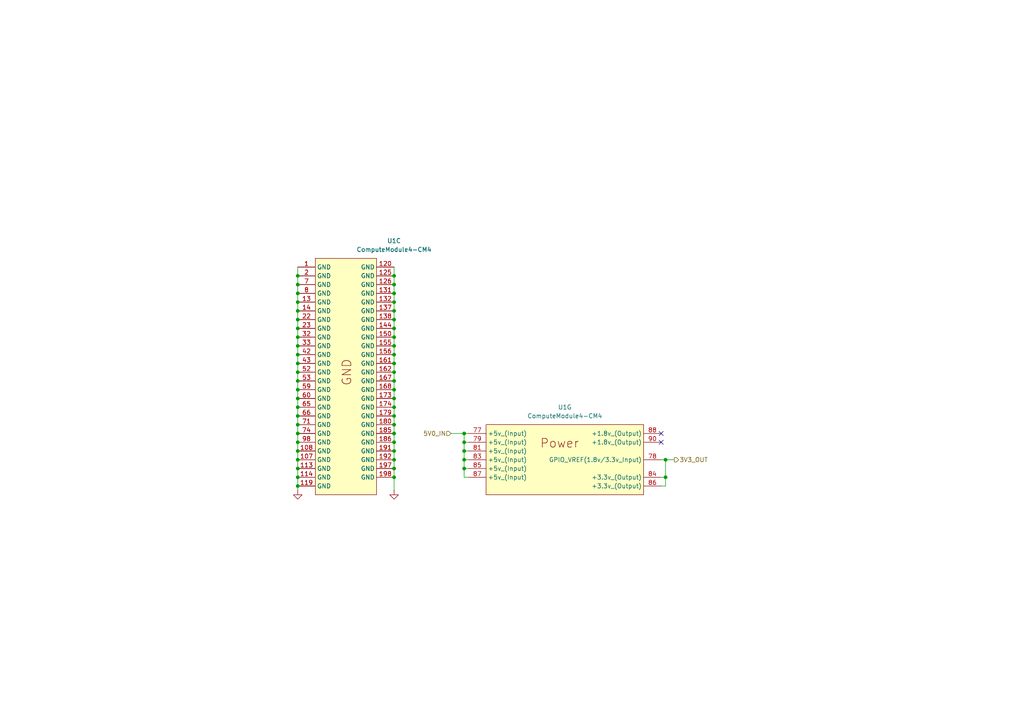
<source format=kicad_sch>
(kicad_sch (version 20231120) (generator "eeschema") (generator_version "8.0")
  (paper "A4")
  (lib_symbols
    (symbol "ComputeModule4-CM4_1"
      (property "Reference" "U1" (at 22.86 5.08 0))
      (property "Value" "ComputeModule4-CM4" (at 22.86 2.54 0))
      (symbol "ComputeModule4-CM4_1_1_1"
        (rectangle (start 0 0) (end 78.74 -78.74) (fill (type background)))
        (text "GPIO" (at 72.644 -3.556 0) (effects (font (size 2.54 2.54))))
        (pin passive line (at -49.53 -7.62 0) (length 5.08) hide (name "Reserved") (number "104"))
        (pin passive line (at -49.53 -10.16 0) (length 5.08) hide (name "Reserved") (number "106"))
        (pin passive line (at -5.08 -68.58 0) (length 5.08) (name "GPIO26/SD0_DAT2/DPI_D22/SD1_DAT2/ARM_TDI/SPI5_CE1_N") (number "24"))
        (pin passive line (at -5.08 -55.88 0) (length 5.08) (name "GPIO21/PCM_DOUT/SD13/DPI_D17/SPI6_SCLK/SPI1_SCLK/GPCLK1") (number "25"))
        (pin passive line (at -5.08 -50.8 0) (length 5.08) (name "GPIO19/PCM_FS/SD11/DPI_D15/SPI6_MISO/SPI1_MISO/PWM0_1") (number "26"))
        (pin passive line (at -5.08 -53.34 0) (length 5.08) (name "GPIO20/PCM_DIN/SD12/DPI_D16/SPI6_MOSI/SPI1_MOSI/GPCLK0") (number "27"))
        (pin passive line (at -5.08 -35.56 0) (length 5.08) (name "GPIO13/PWM0_1/SD5/DPI_D9/SPI5_MISO/RXD5/SCL5") (number "28"))
        (pin passive line (at -5.08 -43.18 0) (length 5.08) (name "GPIO16/SD8/DPI_D12/CTS0/SPI1_CE2_N/CTS1") (number "29"))
        (pin passive line (at -5.08 -17.78 0) (length 5.08) (name "GPIO6/GPCLK2/SDE_N/SE/DPI_D2/SPI4_MOSI/CTS3/SDA4") (number "30"))
        (pin passive line (at -5.08 -33.02 0) (length 5.08) (name "GPIO12/PWM0_0/SD4/DPI_D8/SPI5_CE0_N/TXD5/SDA5") (number "31"))
        (pin passive line (at -5.08 -15.24 0) (length 5.08) (name "GPIO5/GPCLK1/SA0/DPI_D1/SPI4_MISO/RXD3/SCL3") (number "34"))
        (pin passive line (at -5.08 -5.08 0) (length 5.08) (name "GPIO1/SCL0/SA4/DE/SPI3_MISO/RXD2/SCL6") (number "35"))
        (pin passive line (at -5.08 -2.54 0) (length 5.08) (name "GPIO0/SDA0/SA5/PCLK/SPI3_CE0_N/TXD2/SDA6") (number "36"))
        (pin passive line (at -5.08 -20.32 0) (length 5.08) (name "GPIO7/SPI0_CE1_N/SWE_N/SRW_N/DPI_D3/SPI4_SCLK/RTS3/SCL4") (number "37"))
        (pin passive line (at -5.08 -30.48 0) (length 5.08) (name "GPIO11/SPI0_SCLK/SD3/DPI_D7/BSCSL_SCL/BSCSL_SCLK/RTS4/SCL5") (number "38"))
        (pin passive line (at -5.08 -22.86 0) (length 5.08) (name "GPIO8/SPI0_CE0_N/SD0/DPI_D4/BSCSL_CE_N/TXD4/SDA4") (number "39"))
        (pin passive line (at -5.08 -25.4 0) (length 5.08) (name "GPIO9/SPI0_MISO/SD1/DPI_D5/BSCSL_MISO/RXD4/SCL4") (number "40"))
        (pin passive line (at -5.08 -66.04 0) (length 5.08) (name "GPIO25/SD0_DAT1/SD17/DPI_D21/SD1_DAT1/ARM_TCK/SPI4_CE1_N") (number "41"))
        (pin passive line (at -5.08 -27.94 0) (length 5.08) (name "GPIO10/SPI0_MOSI/SD2/DPI_D6/BSCSL_SDA/BSCSL_MOSI/CTS4/SDA5") (number "44"))
        (pin passive line (at -5.08 -63.5 0) (length 5.08) (name "GPIO24/SD0_DAT0/SD16/DPI_D20/SD1_DAT0/ARM_TD0/SPI3_CE1_N") (number "45"))
        (pin passive line (at -5.08 -58.42 0) (length 5.08) (name "GPIO22/SDO_CLK/SD14/DPI_D18/SD1_CLK/ARM_TRST/SDA6") (number "46"))
        (pin passive line (at -5.08 -60.96 0) (length 5.08) (name "GPIO23/SD0_CMD/SD15/DPI_D19/SD1_CMD/ARM_RTCK/SCL6") (number "47"))
        (pin passive line (at -5.08 -71.12 0) (length 5.08) (name "GPIO27/SD0_DAT3/DPI_D23/SD1_DAT3/ARM_TMS/SPI6_CE1_N") (number "48"))
        (pin passive line (at -5.08 -48.26 0) (length 5.08) (name "GPIO18/PCM_CLK/SD10/DPI_D14/SPI6_CE0_N/SPI1_CE0_N/PWM0_0") (number "49"))
        (pin passive line (at -5.08 -45.72 0) (length 5.08) (name "GPIO17/SD9/DPI_D13/RTS0/SPI1_CE1_N/RTS1") (number "50"))
        (pin passive line (at -5.08 -40.64 0) (length 5.08) (name "GPIO15/RXD0/SD7/DPI_D11/SPI5_SCLK/RTS5/RXD1") (number "51"))
        (pin passive line (at -5.08 -12.7 0) (length 5.08) (name "GPIO4/GPCLK0/SA1/DPI_D0/SPI4_CE0_N/TXD3/SDA3") (number "54"))
        (pin passive line (at -5.08 -38.1 0) (length 5.08) (name "GPIO14/TXD0/SD6/DPI_D10/SPI5_MOSI/CTS5/TXD1") (number "55"))
        (pin passive line (at -5.08 -10.16 0) (length 5.08) (name "GPIO3/SCL1/SA2/LCD_HSYNC/SPI3_SCLK/RTS2/SCL3") (number "56"))
        (pin passive line (at -5.08 -7.62 0) (length 5.08) (name "GPIO2/SDA1/SA3/LCD_VSYNC/SPI3_MOSI/CTS2/SDA3") (number "58"))
        (pin passive line (at -5.08 -76.2 0) (length 5.08) (name "GPIO45/PWM0_1/SCL0/SCL1/SPI0_CE2_N/SD_CARD_PWR0") (number "80"))
        (pin passive line (at -5.08 -73.66 0) (length 5.08) (name "GPIO44/GPCLK1/SDA0/SDA1/SPI0_CE1_N/SD_CARD_VOLT") (number "82"))
      )
      (symbol "ComputeModule4-CM4_1_2_1"
        (rectangle (start 0 0) (end 34.29 -44.45) (fill (type background)))
        (text "HDMI" (at 17.526 -22.606 900) (effects (font (size 2.54 2.54))))
        (pin input line (at -5.08 -35.56 0) (length 5.08) (name "HDMI1_HOTPLUG") (number "143"))
        (pin bidirectional line (at -5.08 -39.37 0) (length 5.08) (name "HDMI1_SDA") (number "145"))
        (pin output line (at -5.08 -2.54 0) (length 5.08) (name "HDMI1_TX2_P") (number "146"))
        (pin open_collector line (at -5.08 -41.91 0) (length 5.08) (name "HDMI1_SCL") (number "147"))
        (pin output line (at -5.08 -5.08 0) (length 5.08) (name "HDMI1_TX2_N") (number "148"))
        (pin open_collector line (at -5.08 -33.02 0) (length 5.08) (name "HDMI1_CEC") (number "149"))
        (pin open_collector line (at 39.37 -33.02 180) (length 5.08) (name "HDMI0_CEC") (number "151"))
        (pin output line (at -5.08 -10.16 0) (length 5.08) (name "HDMI1_TX1_P") (number "152"))
        (pin input line (at 39.37 -35.56 180) (length 5.08) (name "HDMI0_HOTPLUG") (number "153"))
        (pin output line (at -5.08 -12.7 0) (length 5.08) (name "HDMI1_TX1_N") (number "154"))
        (pin output line (at -5.08 -17.78 0) (length 5.08) (name "HDMI1_TX0_P") (number "158"))
        (pin output line (at -5.08 -20.32 0) (length 5.08) (name "HDMI1_TX0_N") (number "160"))
        (pin output line (at -5.08 -25.4 0) (length 5.08) (name "HDMI1_CLK_P") (number "164"))
        (pin output line (at -5.08 -27.94 0) (length 5.08) (name "HDMI1_CLK_N") (number "166"))
        (pin output line (at 39.37 -2.54 180) (length 5.08) (name "HDMI0_TX2_P") (number "170"))
        (pin output line (at 39.37 -5.08 180) (length 5.08) (name "HDMI0_TX2_N") (number "172"))
        (pin output line (at 39.37 -10.16 180) (length 5.08) (name "HDMI0_TX1_P") (number "176"))
        (pin output line (at 39.37 -12.7 180) (length 5.08) (name "HDMI0_TX1_N") (number "178"))
        (pin output line (at 39.37 -17.78 180) (length 5.08) (name "HDMI0_TX0_P") (number "182"))
        (pin output line (at 39.37 -20.32 180) (length 5.08) (name "HDMI0_TX0_N") (number "184"))
        (pin output line (at 39.37 -25.4 180) (length 5.08) (name "HDMI0_CLK_P") (number "188"))
        (pin output line (at 39.37 -27.94 180) (length 5.08) (name "HDMI0_CLK_N") (number "190"))
        (pin bidirectional line (at 39.37 -39.37 180) (length 5.08) (name "HDMI0_SDA") (number "199"))
        (pin open_collector line (at 39.37 -41.91 180) (length 5.08) (name "HDMI0_SCL") (number "200"))
      )
      (symbol "ComputeModule4-CM4_1_3_1"
        (rectangle (start 0 0) (end 17.78 -68.58) (fill (type background)))
        (text "GND" (at 9.144 -33.02 900) (effects (font (size 2.54 2.54))))
        (pin power_in line (at -5.08 -2.54 0) (length 5.08) (name "GND") (number "1"))
        (pin power_in line (at -5.08 -58.42 0) (length 5.08) (name "GND") (number "107"))
        (pin power_in line (at -5.08 -55.88 0) (length 5.08) (name "GND") (number "108"))
        (pin power_in line (at -5.08 -60.96 0) (length 5.08) (name "GND") (number "113"))
        (pin power_in line (at -5.08 -63.5 0) (length 5.08) (name "GND") (number "114"))
        (pin power_in line (at -5.08 -66.04 0) (length 5.08) (name "GND") (number "119"))
        (pin power_in line (at 22.86 -2.54 180) (length 5.08) (name "GND") (number "120"))
        (pin power_in line (at 22.86 -5.08 180) (length 5.08) (name "GND") (number "125"))
        (pin power_in line (at 22.86 -7.62 180) (length 5.08) (name "GND") (number "126"))
        (pin power_in line (at -5.08 -12.7 0) (length 5.08) (name "GND") (number "13"))
        (pin power_in line (at 22.86 -10.16 180) (length 5.08) (name "GND") (number "131"))
        (pin power_in line (at 22.86 -12.7 180) (length 5.08) (name "GND") (number "132"))
        (pin power_in line (at 22.86 -15.24 180) (length 5.08) (name "GND") (number "137"))
        (pin power_in line (at 22.86 -17.78 180) (length 5.08) (name "GND") (number "138"))
        (pin power_in line (at -5.08 -15.24 0) (length 5.08) (name "GND") (number "14"))
        (pin power_in line (at 22.86 -20.32 180) (length 5.08) (name "GND") (number "144"))
        (pin power_in line (at 22.86 -22.86 180) (length 5.08) (name "GND") (number "150"))
        (pin power_in line (at 22.86 -25.4 180) (length 5.08) (name "GND") (number "155"))
        (pin power_in line (at 22.86 -27.94 180) (length 5.08) (name "GND") (number "156"))
        (pin power_in line (at 22.86 -30.48 180) (length 5.08) (name "GND") (number "161"))
        (pin power_in line (at 22.86 -33.02 180) (length 5.08) (name "GND") (number "162"))
        (pin power_in line (at 22.86 -35.56 180) (length 5.08) (name "GND") (number "167"))
        (pin power_in line (at 22.86 -38.1 180) (length 5.08) (name "GND") (number "168"))
        (pin power_in line (at 22.86 -40.64 180) (length 5.08) (name "GND") (number "173"))
        (pin power_in line (at 22.86 -43.18 180) (length 5.08) (name "GND") (number "174"))
        (pin power_in line (at 22.86 -45.72 180) (length 5.08) (name "GND") (number "179"))
        (pin power_in line (at 22.86 -48.26 180) (length 5.08) (name "GND") (number "180"))
        (pin power_in line (at 22.86 -50.8 180) (length 5.08) (name "GND") (number "185"))
        (pin power_in line (at 22.86 -53.34 180) (length 5.08) (name "GND") (number "186"))
        (pin power_in line (at 22.86 -55.88 180) (length 5.08) (name "GND") (number "191"))
        (pin power_in line (at 22.86 -58.42 180) (length 5.08) (name "GND") (number "192"))
        (pin power_in line (at 22.86 -60.96 180) (length 5.08) (name "GND") (number "197"))
        (pin power_in line (at 22.86 -63.5 180) (length 5.08) (name "GND") (number "198"))
        (pin power_in line (at -5.08 -5.08 0) (length 5.08) (name "GND") (number "2"))
        (pin power_in line (at -5.08 -17.78 0) (length 5.08) (name "GND") (number "22"))
        (pin power_in line (at -5.08 -20.32 0) (length 5.08) (name "GND") (number "23"))
        (pin power_in line (at -5.08 -22.86 0) (length 5.08) (name "GND") (number "32"))
        (pin power_in line (at -5.08 -25.4 0) (length 5.08) (name "GND") (number "33"))
        (pin power_in line (at -5.08 -27.94 0) (length 5.08) (name "GND") (number "42"))
        (pin power_in line (at -5.08 -30.48 0) (length 5.08) (name "GND") (number "43"))
        (pin power_in line (at -5.08 -33.02 0) (length 5.08) (name "GND") (number "52"))
        (pin power_in line (at -5.08 -35.56 0) (length 5.08) (name "GND") (number "53"))
        (pin power_in line (at -5.08 -38.1 0) (length 5.08) (name "GND") (number "59"))
        (pin power_in line (at -5.08 -40.64 0) (length 5.08) (name "GND") (number "60"))
        (pin power_in line (at -5.08 -43.18 0) (length 5.08) (name "GND") (number "65"))
        (pin power_in line (at -5.08 -45.72 0) (length 5.08) (name "GND") (number "66"))
        (pin power_in line (at -5.08 -7.62 0) (length 5.08) (name "GND") (number "7"))
        (pin power_in line (at -5.08 -48.26 0) (length 5.08) (name "GND") (number "71"))
        (pin power_in line (at -5.08 -50.8 0) (length 5.08) (name "GND") (number "74"))
        (pin power_in line (at -5.08 -10.16 0) (length 5.08) (name "GND") (number "8"))
        (pin power_in line (at -5.08 -53.34 0) (length 5.08) (name "GND") (number "98"))
      )
      (symbol "ComputeModule4-CM4_1_4_1"
        (rectangle (start 0 0) (end 22.86 -31.75) (fill (type background)))
        (text "PCIe" (at 17.78 -2.794 0) (effects (font (size 2.54 2.54))))
        (pin input line (at -5.08 -25.4 0) (length 5.08) (name "PCIe_CLK_nREQ") (number "102"))
        (pin bidirectional line (at -5.08 -27.94 0) (length 5.08) (name "PCIe_nRST") (number "109"))
        (pin output line (at -5.08 -17.78 0) (length 5.08) (name "PCIe_CLK_P") (number "110"))
        (pin output line (at -5.08 -20.32 0) (length 5.08) (name "PCIe_CLK_N") (number "112"))
        (pin input line (at -5.08 -2.54 0) (length 5.08) (name "PCIe_RX_P") (number "116"))
        (pin input line (at -5.08 -5.08 0) (length 5.08) (name "PCIe_RX_N") (number "118"))
        (pin output line (at -5.08 -10.16 0) (length 5.08) (name "PCIe_TX_P") (number "122"))
        (pin output line (at -5.08 -12.7 0) (length 5.08) (name "PCIe_TX_N") (number "124"))
      )
      (symbol "ComputeModule4-CM4_1_5_1"
        (rectangle (start 0 0) (end 30.48 -38.1) (fill (type background)))
        (text "Cameras" (at 8.89 -35.56 0) (effects (font (size 2.54 2.54))))
        (pin input line (at 35.56 -2.54 180) (length 5.08) (name "CAM1_D0_N") (number "115"))
        (pin input line (at 35.56 -5.08 180) (length 5.08) (name "CAM1_D0_P") (number "117"))
        (pin input line (at 35.56 -10.16 180) (length 5.08) (name "CAM1_D1_N") (number "121"))
        (pin input line (at 35.56 -12.7 180) (length 5.08) (name "CAM1_D1_P") (number "123"))
        (pin input line (at 35.56 -17.78 180) (length 5.08) (name "CAM1_C_N") (number "127"))
        (pin input line (at -5.08 -2.54 0) (length 5.08) (name "CAM0_D0_N") (number "128"))
        (pin input line (at 35.56 -20.32 180) (length 5.08) (name "CAM1_C_P") (number "129"))
        (pin input line (at -5.08 -5.08 0) (length 5.08) (name "CAM0_D0_P") (number "130"))
        (pin input line (at 35.56 -25.4 180) (length 5.08) (name "CAM1_D2_N") (number "133"))
        (pin input line (at -5.08 -10.16 0) (length 5.08) (name "CAM0_D1_N") (number "134"))
        (pin input line (at 35.56 -27.94 180) (length 5.08) (name "CAM1_D2_P") (number "135"))
        (pin input line (at -5.08 -12.7 0) (length 5.08) (name "CAM0_D1_P") (number "136"))
        (pin input line (at 35.56 -33.02 180) (length 5.08) (name "CAM1_D3_N") (number "139"))
        (pin input line (at -5.08 -17.78 0) (length 5.08) (name "CAM0_C_N") (number "140"))
        (pin input line (at 35.56 -35.56 180) (length 5.08) (name "CAM1_D3_P") (number "141"))
        (pin input line (at -5.08 -20.32 0) (length 5.08) (name "CAM0_C_P") (number "142"))
        (pin passive line (at -5.08 -25.4 0) (length 5.08) (name "Camera_GPIO") (number "97"))
      )
      (symbol "ComputeModule4-CM4_1_6_1"
        (rectangle (start 0 0) (end 30.48 -38.1) (fill (type background)))
        (text "DSI" (at 3.302 -35.814 0) (effects (font (size 2.54 2.54))))
        (pin output line (at -5.08 -2.54 0) (length 5.08) (name "DSI0_D0_N") (number "157"))
        (pin output line (at -5.08 -5.08 0) (length 5.08) (name "DSI0_D0_P") (number "159"))
        (pin output line (at -5.08 -10.16 0) (length 5.08) (name "DSI0_D1_N") (number "163"))
        (pin output line (at -5.08 -12.7 0) (length 5.08) (name "DSI0_D1_P") (number "165"))
        (pin output line (at -5.08 -17.78 0) (length 5.08) (name "DSI0_C_N") (number "169"))
        (pin output line (at -5.08 -20.32 0) (length 5.08) (name "DSI0_C_P") (number "171"))
        (pin output line (at 35.56 -2.54 180) (length 5.08) (name "DSI1_D0_N") (number "175"))
        (pin output line (at 35.56 -5.08 180) (length 5.08) (name "DSI1_D0_P") (number "177"))
        (pin output line (at 35.56 -10.16 180) (length 5.08) (name "DSI1_D1_N") (number "181"))
        (pin output line (at 35.56 -12.7 180) (length 5.08) (name "DSI1_D1_P") (number "183"))
        (pin output line (at 35.56 -33.02 180) (length 5.08) (name "DSI1_C_N") (number "187"))
        (pin output line (at 35.56 -35.56 180) (length 5.08) (name "DSI1_C_P") (number "189"))
        (pin output line (at 35.56 -17.78 180) (length 5.08) (name "DSI1_D2_N") (number "193"))
        (pin output line (at 35.56 -25.4 180) (length 5.08) (name "DSI1_D3_N") (number "194"))
        (pin output line (at 35.56 -20.32 180) (length 5.08) (name "DSI1_D2_P") (number "195"))
        (pin output line (at 35.56 -27.94 180) (length 5.08) (name "DSI1_D3_P") (number "196"))
      )
      (symbol "ComputeModule4-CM4_1_7_1"
        (rectangle (start 0 0) (end 45.72 -20.32) (fill (type background)))
        (text "Power" (at 21.336 -5.334 0) (effects (font (size 2.54 2.54))))
        (pin power_in line (at -5.08 -2.54 0) (length 5.08) (name "+5v_(Input)") (number "77"))
        (pin power_in line (at 50.8 -10.16 180) (length 5.08) (name "GPIO_VREF(1.8v/3.3v_Input)") (number "78"))
        (pin power_in line (at -5.08 -5.08 0) (length 5.08) (name "+5v_(Input)") (number "79"))
        (pin power_in line (at -5.08 -7.62 0) (length 5.08) (name "+5v_(Input)") (number "81"))
        (pin power_in line (at -5.08 -10.16 0) (length 5.08) (name "+5v_(Input)") (number "83"))
        (pin power_out line (at 50.8 -15.24 180) (length 5.08) (name "+3.3v_(Output)") (number "84"))
        (pin power_in line (at -5.08 -12.7 0) (length 5.08) (name "+5v_(Input)") (number "85"))
        (pin power_out line (at 50.8 -17.78 180) (length 5.08) (name "+3.3v_(Output)") (number "86"))
        (pin power_in line (at -5.08 -15.24 0) (length 5.08) (name "+5v_(Input)") (number "87"))
        (pin power_out line (at 50.8 -2.54 180) (length 5.08) (name "+1.8v_(Output)") (number "88"))
        (pin power_out line (at 50.8 -5.08 180) (length 5.08) (name "+1.8v_(Output)") (number "90"))
      )
      (symbol "ComputeModule4-CM4_1_8_1"
        (rectangle (start 0 0) (end 49.53 -27.94) (fill (type background)))
        (text "Ethernet" (at 49.022 -2.54 0) (effects (font (size 2.54 2.54)) (justify right)))
        (pin passive line (at -5.08 -5.08 0) (length 5.08) (name "Ethernet_Pair0_N") (number "10"))
        (pin passive line (at -5.08 -12.7 0) (length 5.08) (name "Ethernet_Pair2_P") (number "11"))
        (pin passive line (at -5.08 -2.54 0) (length 5.08) (name "Ethernet_Pair0_P") (number "12"))
        (pin output line (at 54.61 -10.16 180) (length 5.08) (name "Ethernet_nLED3(3.3v)") (number "15"))
        (pin input line (at -5.08 -25.4 0) (length 5.08) (name "Ethernet_SYNC_IN(1.8v)") (number "16"))
        (pin output line (at 54.61 -12.7 180) (length 5.08) (name "Ethernet_nLED2(3.3v)") (number "17"))
        (pin output line (at 54.61 -25.4 180) (length 5.08) (name "Ethernet_SYNC_OUT(1.8v)") (number "18"))
        (pin output line (at 54.61 -15.24 180) (length 5.08) (name "Ethernet_nLED1(3.3v)") (number "19"))
        (pin passive line (at -5.08 -17.78 0) (length 5.08) (name "Ethernet_Pair3_P") (number "3"))
        (pin passive line (at -5.08 -7.62 0) (length 5.08) (name "Ethernet_Pair1_P") (number "4"))
        (pin passive line (at -5.08 -20.32 0) (length 5.08) (name "Ethernet_Pair3_N") (number "5"))
        (pin passive line (at -5.08 -10.16 0) (length 5.08) (name "Ethernet_Pair1_N") (number "6"))
        (pin passive line (at -5.08 -15.24 0) (length 5.08) (name "Ethernet_Pair2_N") (number "9"))
      )
      (symbol "ComputeModule4-CM4_1_9_1"
        (rectangle (start 0 0) (end 19.05 -35.56) (fill (type background)))
        (text "NB SD signals are only available" (at 9.906 -39.878 0) (effects (font (size 1.27 1.27))))
        (text "on modules without eMMC" (at 8.382 -42.926 0) (effects (font (size 1.27 1.27))))
        (text "Only On CM4Lite" (at 8.636 -37.084 0) (effects (font (size 1.27 1.27))))
        (text "SD" (at 16.002 -2.54 0) (effects (font (size 2.54 2.54))))
        (pin passive line (at -5.08 -10.16 0) (length 5.08) (name "SD_CLK") (number "57"))
        (pin passive line (at -5.08 -5.08 0) (length 5.08) (name "SD_DAT3") (number "61"))
        (pin passive line (at -5.08 -7.62 0) (length 5.08) (name "SD_CMD") (number "62"))
        (pin passive line (at -5.08 -12.7 0) (length 5.08) (name "SD_DAT0") (number "63"))
        (pin passive line (at -5.08 -17.78 0) (length 5.08) (name "SD_DAT5") (number "64"))
        (pin passive line (at -5.08 -15.24 0) (length 5.08) (name "SD_DAT1") (number "67"))
        (pin passive line (at -5.08 -20.32 0) (length 5.08) (name "SD_DAT4") (number "68"))
        (pin passive line (at -5.08 -2.54 0) (length 5.08) (name "SD_DAT2") (number "69"))
        (pin passive line (at -5.08 -22.86 0) (length 5.08) (name "SD_DAT7") (number "70"))
        (pin passive line (at -5.08 -25.4 0) (length 5.08) (name "SD_DAT6") (number "72"))
        (pin input line (at -5.08 -27.94 0) (length 5.08) (name "SD_VDD_Override") (number "73"))
        (pin output line (at -5.08 -30.48 0) (length 5.08) (name "SD_PWR_ON") (number "75"))
        (pin passive line (at -5.08 -33.02 0) (length 5.08) (name "Reserved") (number "76"))
      )
      (symbol "ComputeModule4-CM4_1_10_1"
        (rectangle (start 0 0) (end 26.67 -33.02) (fill (type background)))
        (text "Boot &\nStatus" (at 19.304 -4.318 0) (effects (font (size 2.54 2.54))))
        (pin output line (at -5.08 -10.16 0) (length 5.08) (name "nEXTRST") (number "100"))
        (pin passive line (at -5.08 -30.48 0) (length 5.08) (name "VDAC_COMP") (number "111"))
        (pin passive line (at -5.08 -25.4 0) (length 5.08) (name "EEPROM_nWP") (number "20"))
        (pin open_collector line (at -5.08 -27.94 0) (length 5.08) (name "PI_nLED_Activity") (number "21"))
        (pin power_in line (at -5.08 -20.32 0) (length 5.08) (name "WiFi_nDisable") (number "89"))
        (pin power_in line (at -5.08 -22.86 0) (length 5.08) (name "BT_nDisable") (number "91"))
        (pin passive line (at -5.08 -2.54 0) (length 5.08) (name "RUN_PG") (number "92"))
        (pin input line (at -5.08 -17.78 0) (length 5.08) (name "nRPIBOOT") (number "93"))
        (pin passive line (at -5.08 -5.08 0) (length 5.08) (name "AnalogIP1") (number "94"))
        (pin output line (at -5.08 -15.24 0) (length 5.08) (name "nPI_LED_PWR") (number "95"))
        (pin passive line (at -5.08 -7.62 0) (length 5.08) (name "AnalogIP0") (number "96"))
        (pin input line (at -5.08 -12.7 0) (length 5.08) (name "Global_EN") (number "99"))
      )
      (symbol "ComputeModule4-CM4_1_11_1"
        (rectangle (start 0 0) (end 24.13 -10.16) (fill (type background)))
        (text "USB" (at 19.558 -5.334 0) (effects (font (size 2.54 2.54))))
        (pin input line (at -5.08 -2.54 0) (length 5.08) (name "USB_OTG_ID") (number "101"))
        (pin passive line (at -5.08 -5.08 0) (length 5.08) (name "USB2_N") (number "103"))
        (pin passive line (at 29.21 -5.08 180) (length 5.08) hide (name "Reserved") (number "104"))
        (pin passive line (at -5.08 -7.62 0) (length 5.08) (name "USB2_P") (number "105"))
        (pin passive line (at 29.21 -7.62 180) (length 5.08) hide (name "Reserved") (number "106"))
        (pin passive line (at 29.21 -2.54 180) (length 5.08) hide (name "Reserved") (number "76"))
      )
    )
    (symbol "Module_cm4:ComputeModule4-CM4"
      (property "Reference" "U1" (at 22.86 5.08 0))
      (property "Value" "ComputeModule4-CM4" (at 22.86 2.54 0))
      (symbol "ComputeModule4-CM4_1_1"
        (rectangle (start 0 0) (end 78.74 -78.74) (fill (type background)))
        (text "GPIO" (at 72.644 -3.556 0) (effects (font (size 2.54 2.54))))
        (pin passive line (at -49.53 -7.62 0) (length 5.08) hide (name "Reserved") (number "104"))
        (pin passive line (at -49.53 -10.16 0) (length 5.08) hide (name "Reserved") (number "106"))
        (pin passive line (at -5.08 -68.58 0) (length 5.08) (name "GPIO26/SD0_DAT2/DPI_D22/SD1_DAT2/ARM_TDI/SPI5_CE1_N") (number "24"))
        (pin passive line (at -5.08 -55.88 0) (length 5.08) (name "GPIO21/PCM_DOUT/SD13/DPI_D17/SPI6_SCLK/SPI1_SCLK/GPCLK1") (number "25"))
        (pin passive line (at -5.08 -50.8 0) (length 5.08) (name "GPIO19/PCM_FS/SD11/DPI_D15/SPI6_MISO/SPI1_MISO/PWM0_1") (number "26"))
        (pin passive line (at -5.08 -53.34 0) (length 5.08) (name "GPIO20/PCM_DIN/SD12/DPI_D16/SPI6_MOSI/SPI1_MOSI/GPCLK0") (number "27"))
        (pin passive line (at -5.08 -35.56 0) (length 5.08) (name "GPIO13/PWM0_1/SD5/DPI_D9/SPI5_MISO/RXD5/SCL5") (number "28"))
        (pin passive line (at -5.08 -43.18 0) (length 5.08) (name "GPIO16/SD8/DPI_D12/CTS0/SPI1_CE2_N/CTS1") (number "29"))
        (pin passive line (at -5.08 -17.78 0) (length 5.08) (name "GPIO6/GPCLK2/SDE_N/SE/DPI_D2/SPI4_MOSI/CTS3/SDA4") (number "30"))
        (pin passive line (at -5.08 -33.02 0) (length 5.08) (name "GPIO12/PWM0_0/SD4/DPI_D8/SPI5_CE0_N/TXD5/SDA5") (number "31"))
        (pin passive line (at -5.08 -15.24 0) (length 5.08) (name "GPIO5/GPCLK1/SA0/DPI_D1/SPI4_MISO/RXD3/SCL3") (number "34"))
        (pin passive line (at -5.08 -5.08 0) (length 5.08) (name "GPIO1/SCL0/SA4/DE/SPI3_MISO/RXD2/SCL6") (number "35"))
        (pin passive line (at -5.08 -2.54 0) (length 5.08) (name "GPIO0/SDA0/SA5/PCLK/SPI3_CE0_N/TXD2/SDA6") (number "36"))
        (pin passive line (at -5.08 -20.32 0) (length 5.08) (name "GPIO7/SPI0_CE1_N/SWE_N/SRW_N/DPI_D3/SPI4_SCLK/RTS3/SCL4") (number "37"))
        (pin passive line (at -5.08 -30.48 0) (length 5.08) (name "GPIO11/SPI0_SCLK/SD3/DPI_D7/BSCSL_SCL/BSCSL_SCLK/RTS4/SCL5") (number "38"))
        (pin passive line (at -5.08 -22.86 0) (length 5.08) (name "GPIO8/SPI0_CE0_N/SD0/DPI_D4/BSCSL_CE_N/TXD4/SDA4") (number "39"))
        (pin passive line (at -5.08 -25.4 0) (length 5.08) (name "GPIO9/SPI0_MISO/SD1/DPI_D5/BSCSL_MISO/RXD4/SCL4") (number "40"))
        (pin passive line (at -5.08 -66.04 0) (length 5.08) (name "GPIO25/SD0_DAT1/SD17/DPI_D21/SD1_DAT1/ARM_TCK/SPI4_CE1_N") (number "41"))
        (pin passive line (at -5.08 -27.94 0) (length 5.08) (name "GPIO10/SPI0_MOSI/SD2/DPI_D6/BSCSL_SDA/BSCSL_MOSI/CTS4/SDA5") (number "44"))
        (pin passive line (at -5.08 -63.5 0) (length 5.08) (name "GPIO24/SD0_DAT0/SD16/DPI_D20/SD1_DAT0/ARM_TD0/SPI3_CE1_N") (number "45"))
        (pin passive line (at -5.08 -58.42 0) (length 5.08) (name "GPIO22/SDO_CLK/SD14/DPI_D18/SD1_CLK/ARM_TRST/SDA6") (number "46"))
        (pin passive line (at -5.08 -60.96 0) (length 5.08) (name "GPIO23/SD0_CMD/SD15/DPI_D19/SD1_CMD/ARM_RTCK/SCL6") (number "47"))
        (pin passive line (at -5.08 -71.12 0) (length 5.08) (name "GPIO27/SD0_DAT3/DPI_D23/SD1_DAT3/ARM_TMS/SPI6_CE1_N") (number "48"))
        (pin passive line (at -5.08 -48.26 0) (length 5.08) (name "GPIO18/PCM_CLK/SD10/DPI_D14/SPI6_CE0_N/SPI1_CE0_N/PWM0_0") (number "49"))
        (pin passive line (at -5.08 -45.72 0) (length 5.08) (name "GPIO17/SD9/DPI_D13/RTS0/SPI1_CE1_N/RTS1") (number "50"))
        (pin passive line (at -5.08 -40.64 0) (length 5.08) (name "GPIO15/RXD0/SD7/DPI_D11/SPI5_SCLK/RTS5/RXD1") (number "51"))
        (pin passive line (at -5.08 -12.7 0) (length 5.08) (name "GPIO4/GPCLK0/SA1/DPI_D0/SPI4_CE0_N/TXD3/SDA3") (number "54"))
        (pin passive line (at -5.08 -38.1 0) (length 5.08) (name "GPIO14/TXD0/SD6/DPI_D10/SPI5_MOSI/CTS5/TXD1") (number "55"))
        (pin passive line (at -5.08 -10.16 0) (length 5.08) (name "GPIO3/SCL1/SA2/LCD_HSYNC/SPI3_SCLK/RTS2/SCL3") (number "56"))
        (pin passive line (at -5.08 -7.62 0) (length 5.08) (name "GPIO2/SDA1/SA3/LCD_VSYNC/SPI3_MOSI/CTS2/SDA3") (number "58"))
        (pin passive line (at -5.08 -76.2 0) (length 5.08) (name "GPIO45/PWM0_1/SCL0/SCL1/SPI0_CE2_N/SD_CARD_PWR0") (number "80"))
        (pin passive line (at -5.08 -73.66 0) (length 5.08) (name "GPIO44/GPCLK1/SDA0/SDA1/SPI0_CE1_N/SD_CARD_VOLT") (number "82"))
      )
      (symbol "ComputeModule4-CM4_2_1"
        (rectangle (start 0 0) (end 34.29 -44.45) (fill (type background)))
        (text "HDMI" (at 17.526 -22.606 900) (effects (font (size 2.54 2.54))))
        (pin input line (at -5.08 -35.56 0) (length 5.08) (name "HDMI1_HOTPLUG") (number "143"))
        (pin bidirectional line (at -5.08 -39.37 0) (length 5.08) (name "HDMI1_SDA") (number "145"))
        (pin output line (at -5.08 -2.54 0) (length 5.08) (name "HDMI1_TX2_P") (number "146"))
        (pin open_collector line (at -5.08 -41.91 0) (length 5.08) (name "HDMI1_SCL") (number "147"))
        (pin output line (at -5.08 -5.08 0) (length 5.08) (name "HDMI1_TX2_N") (number "148"))
        (pin open_collector line (at -5.08 -33.02 0) (length 5.08) (name "HDMI1_CEC") (number "149"))
        (pin open_collector line (at 39.37 -33.02 180) (length 5.08) (name "HDMI0_CEC") (number "151"))
        (pin output line (at -5.08 -10.16 0) (length 5.08) (name "HDMI1_TX1_P") (number "152"))
        (pin input line (at 39.37 -35.56 180) (length 5.08) (name "HDMI0_HOTPLUG") (number "153"))
        (pin output line (at -5.08 -12.7 0) (length 5.08) (name "HDMI1_TX1_N") (number "154"))
        (pin output line (at -5.08 -17.78 0) (length 5.08) (name "HDMI1_TX0_P") (number "158"))
        (pin output line (at -5.08 -20.32 0) (length 5.08) (name "HDMI1_TX0_N") (number "160"))
        (pin output line (at -5.08 -25.4 0) (length 5.08) (name "HDMI1_CLK_P") (number "164"))
        (pin output line (at -5.08 -27.94 0) (length 5.08) (name "HDMI1_CLK_N") (number "166"))
        (pin output line (at 39.37 -2.54 180) (length 5.08) (name "HDMI0_TX2_P") (number "170"))
        (pin output line (at 39.37 -5.08 180) (length 5.08) (name "HDMI0_TX2_N") (number "172"))
        (pin output line (at 39.37 -10.16 180) (length 5.08) (name "HDMI0_TX1_P") (number "176"))
        (pin output line (at 39.37 -12.7 180) (length 5.08) (name "HDMI0_TX1_N") (number "178"))
        (pin output line (at 39.37 -17.78 180) (length 5.08) (name "HDMI0_TX0_P") (number "182"))
        (pin output line (at 39.37 -20.32 180) (length 5.08) (name "HDMI0_TX0_N") (number "184"))
        (pin output line (at 39.37 -25.4 180) (length 5.08) (name "HDMI0_CLK_P") (number "188"))
        (pin output line (at 39.37 -27.94 180) (length 5.08) (name "HDMI0_CLK_N") (number "190"))
        (pin bidirectional line (at 39.37 -39.37 180) (length 5.08) (name "HDMI0_SDA") (number "199"))
        (pin open_collector line (at 39.37 -41.91 180) (length 5.08) (name "HDMI0_SCL") (number "200"))
      )
      (symbol "ComputeModule4-CM4_3_1"
        (rectangle (start 0 0) (end 17.78 -68.58) (fill (type background)))
        (text "GND" (at 9.144 -33.02 900) (effects (font (size 2.54 2.54))))
        (pin power_in line (at -5.08 -2.54 0) (length 5.08) (name "GND") (number "1"))
        (pin power_in line (at -5.08 -58.42 0) (length 5.08) (name "GND") (number "107"))
        (pin power_in line (at -5.08 -55.88 0) (length 5.08) (name "GND") (number "108"))
        (pin power_in line (at -5.08 -60.96 0) (length 5.08) (name "GND") (number "113"))
        (pin power_in line (at -5.08 -63.5 0) (length 5.08) (name "GND") (number "114"))
        (pin power_in line (at -5.08 -66.04 0) (length 5.08) (name "GND") (number "119"))
        (pin power_in line (at 22.86 -2.54 180) (length 5.08) (name "GND") (number "120"))
        (pin power_in line (at 22.86 -5.08 180) (length 5.08) (name "GND") (number "125"))
        (pin power_in line (at 22.86 -7.62 180) (length 5.08) (name "GND") (number "126"))
        (pin power_in line (at -5.08 -12.7 0) (length 5.08) (name "GND") (number "13"))
        (pin power_in line (at 22.86 -10.16 180) (length 5.08) (name "GND") (number "131"))
        (pin power_in line (at 22.86 -12.7 180) (length 5.08) (name "GND") (number "132"))
        (pin power_in line (at 22.86 -15.24 180) (length 5.08) (name "GND") (number "137"))
        (pin power_in line (at 22.86 -17.78 180) (length 5.08) (name "GND") (number "138"))
        (pin power_in line (at -5.08 -15.24 0) (length 5.08) (name "GND") (number "14"))
        (pin power_in line (at 22.86 -20.32 180) (length 5.08) (name "GND") (number "144"))
        (pin power_in line (at 22.86 -22.86 180) (length 5.08) (name "GND") (number "150"))
        (pin power_in line (at 22.86 -25.4 180) (length 5.08) (name "GND") (number "155"))
        (pin power_in line (at 22.86 -27.94 180) (length 5.08) (name "GND") (number "156"))
        (pin power_in line (at 22.86 -30.48 180) (length 5.08) (name "GND") (number "161"))
        (pin power_in line (at 22.86 -33.02 180) (length 5.08) (name "GND") (number "162"))
        (pin power_in line (at 22.86 -35.56 180) (length 5.08) (name "GND") (number "167"))
        (pin power_in line (at 22.86 -38.1 180) (length 5.08) (name "GND") (number "168"))
        (pin power_in line (at 22.86 -40.64 180) (length 5.08) (name "GND") (number "173"))
        (pin power_in line (at 22.86 -43.18 180) (length 5.08) (name "GND") (number "174"))
        (pin power_in line (at 22.86 -45.72 180) (length 5.08) (name "GND") (number "179"))
        (pin power_in line (at 22.86 -48.26 180) (length 5.08) (name "GND") (number "180"))
        (pin power_in line (at 22.86 -50.8 180) (length 5.08) (name "GND") (number "185"))
        (pin power_in line (at 22.86 -53.34 180) (length 5.08) (name "GND") (number "186"))
        (pin power_in line (at 22.86 -55.88 180) (length 5.08) (name "GND") (number "191"))
        (pin power_in line (at 22.86 -58.42 180) (length 5.08) (name "GND") (number "192"))
        (pin power_in line (at 22.86 -60.96 180) (length 5.08) (name "GND") (number "197"))
        (pin power_in line (at 22.86 -63.5 180) (length 5.08) (name "GND") (number "198"))
        (pin power_in line (at -5.08 -5.08 0) (length 5.08) (name "GND") (number "2"))
        (pin power_in line (at -5.08 -17.78 0) (length 5.08) (name "GND") (number "22"))
        (pin power_in line (at -5.08 -20.32 0) (length 5.08) (name "GND") (number "23"))
        (pin power_in line (at -5.08 -22.86 0) (length 5.08) (name "GND") (number "32"))
        (pin power_in line (at -5.08 -25.4 0) (length 5.08) (name "GND") (number "33"))
        (pin power_in line (at -5.08 -27.94 0) (length 5.08) (name "GND") (number "42"))
        (pin power_in line (at -5.08 -30.48 0) (length 5.08) (name "GND") (number "43"))
        (pin power_in line (at -5.08 -33.02 0) (length 5.08) (name "GND") (number "52"))
        (pin power_in line (at -5.08 -35.56 0) (length 5.08) (name "GND") (number "53"))
        (pin power_in line (at -5.08 -38.1 0) (length 5.08) (name "GND") (number "59"))
        (pin power_in line (at -5.08 -40.64 0) (length 5.08) (name "GND") (number "60"))
        (pin power_in line (at -5.08 -43.18 0) (length 5.08) (name "GND") (number "65"))
        (pin power_in line (at -5.08 -45.72 0) (length 5.08) (name "GND") (number "66"))
        (pin power_in line (at -5.08 -7.62 0) (length 5.08) (name "GND") (number "7"))
        (pin power_in line (at -5.08 -48.26 0) (length 5.08) (name "GND") (number "71"))
        (pin power_in line (at -5.08 -50.8 0) (length 5.08) (name "GND") (number "74"))
        (pin power_in line (at -5.08 -10.16 0) (length 5.08) (name "GND") (number "8"))
        (pin power_in line (at -5.08 -53.34 0) (length 5.08) (name "GND") (number "98"))
      )
      (symbol "ComputeModule4-CM4_4_1"
        (rectangle (start 0 0) (end 22.86 -31.75) (fill (type background)))
        (text "PCIe" (at 17.78 -2.794 0) (effects (font (size 2.54 2.54))))
        (pin input line (at -5.08 -25.4 0) (length 5.08) (name "PCIe_CLK_nREQ") (number "102"))
        (pin bidirectional line (at -5.08 -27.94 0) (length 5.08) (name "PCIe_nRST") (number "109"))
        (pin output line (at -5.08 -17.78 0) (length 5.08) (name "PCIe_CLK_P") (number "110"))
        (pin output line (at -5.08 -20.32 0) (length 5.08) (name "PCIe_CLK_N") (number "112"))
        (pin input line (at -5.08 -2.54 0) (length 5.08) (name "PCIe_RX_P") (number "116"))
        (pin input line (at -5.08 -5.08 0) (length 5.08) (name "PCIe_RX_N") (number "118"))
        (pin output line (at -5.08 -10.16 0) (length 5.08) (name "PCIe_TX_P") (number "122"))
        (pin output line (at -5.08 -12.7 0) (length 5.08) (name "PCIe_TX_N") (number "124"))
      )
      (symbol "ComputeModule4-CM4_5_1"
        (rectangle (start 0 0) (end 30.48 -38.1) (fill (type background)))
        (text "Cameras" (at 8.89 -35.56 0) (effects (font (size 2.54 2.54))))
        (pin input line (at 35.56 -2.54 180) (length 5.08) (name "CAM1_D0_N") (number "115"))
        (pin input line (at 35.56 -5.08 180) (length 5.08) (name "CAM1_D0_P") (number "117"))
        (pin input line (at 35.56 -10.16 180) (length 5.08) (name "CAM1_D1_N") (number "121"))
        (pin input line (at 35.56 -12.7 180) (length 5.08) (name "CAM1_D1_P") (number "123"))
        (pin input line (at 35.56 -17.78 180) (length 5.08) (name "CAM1_C_N") (number "127"))
        (pin input line (at -5.08 -2.54 0) (length 5.08) (name "CAM0_D0_N") (number "128"))
        (pin input line (at 35.56 -20.32 180) (length 5.08) (name "CAM1_C_P") (number "129"))
        (pin input line (at -5.08 -5.08 0) (length 5.08) (name "CAM0_D0_P") (number "130"))
        (pin input line (at 35.56 -25.4 180) (length 5.08) (name "CAM1_D2_N") (number "133"))
        (pin input line (at -5.08 -10.16 0) (length 5.08) (name "CAM0_D1_N") (number "134"))
        (pin input line (at 35.56 -27.94 180) (length 5.08) (name "CAM1_D2_P") (number "135"))
        (pin input line (at -5.08 -12.7 0) (length 5.08) (name "CAM0_D1_P") (number "136"))
        (pin input line (at 35.56 -33.02 180) (length 5.08) (name "CAM1_D3_N") (number "139"))
        (pin input line (at -5.08 -17.78 0) (length 5.08) (name "CAM0_C_N") (number "140"))
        (pin input line (at 35.56 -35.56 180) (length 5.08) (name "CAM1_D3_P") (number "141"))
        (pin input line (at -5.08 -20.32 0) (length 5.08) (name "CAM0_C_P") (number "142"))
        (pin passive line (at -5.08 -25.4 0) (length 5.08) (name "Camera_GPIO") (number "97"))
      )
      (symbol "ComputeModule4-CM4_6_1"
        (rectangle (start 0 0) (end 30.48 -38.1) (fill (type background)))
        (text "DSI" (at 3.302 -35.814 0) (effects (font (size 2.54 2.54))))
        (pin output line (at -5.08 -2.54 0) (length 5.08) (name "DSI0_D0_N") (number "157"))
        (pin output line (at -5.08 -5.08 0) (length 5.08) (name "DSI0_D0_P") (number "159"))
        (pin output line (at -5.08 -10.16 0) (length 5.08) (name "DSI0_D1_N") (number "163"))
        (pin output line (at -5.08 -12.7 0) (length 5.08) (name "DSI0_D1_P") (number "165"))
        (pin output line (at -5.08 -17.78 0) (length 5.08) (name "DSI0_C_N") (number "169"))
        (pin output line (at -5.08 -20.32 0) (length 5.08) (name "DSI0_C_P") (number "171"))
        (pin output line (at 35.56 -2.54 180) (length 5.08) (name "DSI1_D0_N") (number "175"))
        (pin output line (at 35.56 -5.08 180) (length 5.08) (name "DSI1_D0_P") (number "177"))
        (pin output line (at 35.56 -10.16 180) (length 5.08) (name "DSI1_D1_N") (number "181"))
        (pin output line (at 35.56 -12.7 180) (length 5.08) (name "DSI1_D1_P") (number "183"))
        (pin output line (at 35.56 -33.02 180) (length 5.08) (name "DSI1_C_N") (number "187"))
        (pin output line (at 35.56 -35.56 180) (length 5.08) (name "DSI1_C_P") (number "189"))
        (pin output line (at 35.56 -17.78 180) (length 5.08) (name "DSI1_D2_N") (number "193"))
        (pin output line (at 35.56 -25.4 180) (length 5.08) (name "DSI1_D3_N") (number "194"))
        (pin output line (at 35.56 -20.32 180) (length 5.08) (name "DSI1_D2_P") (number "195"))
        (pin output line (at 35.56 -27.94 180) (length 5.08) (name "DSI1_D3_P") (number "196"))
      )
      (symbol "ComputeModule4-CM4_7_1"
        (rectangle (start 0 0) (end 45.72 -20.32) (fill (type background)))
        (text "Power" (at 21.336 -5.334 0) (effects (font (size 2.54 2.54))))
        (pin power_in line (at -5.08 -2.54 0) (length 5.08) (name "+5v_(Input)") (number "77"))
        (pin power_in line (at 50.8 -10.16 180) (length 5.08) (name "GPIO_VREF(1.8v/3.3v_Input)") (number "78"))
        (pin power_in line (at -5.08 -5.08 0) (length 5.08) (name "+5v_(Input)") (number "79"))
        (pin power_in line (at -5.08 -7.62 0) (length 5.08) (name "+5v_(Input)") (number "81"))
        (pin power_in line (at -5.08 -10.16 0) (length 5.08) (name "+5v_(Input)") (number "83"))
        (pin power_out line (at 50.8 -15.24 180) (length 5.08) (name "+3.3v_(Output)") (number "84"))
        (pin power_in line (at -5.08 -12.7 0) (length 5.08) (name "+5v_(Input)") (number "85"))
        (pin power_out line (at 50.8 -17.78 180) (length 5.08) (name "+3.3v_(Output)") (number "86"))
        (pin power_in line (at -5.08 -15.24 0) (length 5.08) (name "+5v_(Input)") (number "87"))
        (pin power_out line (at 50.8 -2.54 180) (length 5.08) (name "+1.8v_(Output)") (number "88"))
        (pin power_out line (at 50.8 -5.08 180) (length 5.08) (name "+1.8v_(Output)") (number "90"))
      )
      (symbol "ComputeModule4-CM4_8_1"
        (rectangle (start 0 0) (end 49.53 -27.94) (fill (type background)))
        (text "Ethernet" (at 49.022 -2.54 0) (effects (font (size 2.54 2.54)) (justify right)))
        (pin passive line (at -5.08 -5.08 0) (length 5.08) (name "Ethernet_Pair0_N") (number "10"))
        (pin passive line (at -5.08 -12.7 0) (length 5.08) (name "Ethernet_Pair2_P") (number "11"))
        (pin passive line (at -5.08 -2.54 0) (length 5.08) (name "Ethernet_Pair0_P") (number "12"))
        (pin output line (at 54.61 -10.16 180) (length 5.08) (name "Ethernet_nLED3(3.3v)") (number "15"))
        (pin input line (at -5.08 -25.4 0) (length 5.08) (name "Ethernet_SYNC_IN(1.8v)") (number "16"))
        (pin output line (at 54.61 -12.7 180) (length 5.08) (name "Ethernet_nLED2(3.3v)") (number "17"))
        (pin output line (at 54.61 -25.4 180) (length 5.08) (name "Ethernet_SYNC_OUT(1.8v)") (number "18"))
        (pin output line (at 54.61 -15.24 180) (length 5.08) (name "Ethernet_nLED1(3.3v)") (number "19"))
        (pin passive line (at -5.08 -17.78 0) (length 5.08) (name "Ethernet_Pair3_P") (number "3"))
        (pin passive line (at -5.08 -7.62 0) (length 5.08) (name "Ethernet_Pair1_P") (number "4"))
        (pin passive line (at -5.08 -20.32 0) (length 5.08) (name "Ethernet_Pair3_N") (number "5"))
        (pin passive line (at -5.08 -10.16 0) (length 5.08) (name "Ethernet_Pair1_N") (number "6"))
        (pin passive line (at -5.08 -15.24 0) (length 5.08) (name "Ethernet_Pair2_N") (number "9"))
      )
      (symbol "ComputeModule4-CM4_9_1"
        (rectangle (start 0 0) (end 19.05 -35.56) (fill (type background)))
        (text "NB SD signals are only available" (at 9.906 -39.878 0) (effects (font (size 1.27 1.27))))
        (text "on modules without eMMC" (at 8.382 -42.926 0) (effects (font (size 1.27 1.27))))
        (text "Only On CM4Lite" (at 8.636 -37.084 0) (effects (font (size 1.27 1.27))))
        (text "SD" (at 16.002 -2.54 0) (effects (font (size 2.54 2.54))))
        (pin passive line (at -5.08 -10.16 0) (length 5.08) (name "SD_CLK") (number "57"))
        (pin passive line (at -5.08 -5.08 0) (length 5.08) (name "SD_DAT3") (number "61"))
        (pin passive line (at -5.08 -7.62 0) (length 5.08) (name "SD_CMD") (number "62"))
        (pin passive line (at -5.08 -12.7 0) (length 5.08) (name "SD_DAT0") (number "63"))
        (pin passive line (at -5.08 -17.78 0) (length 5.08) (name "SD_DAT5") (number "64"))
        (pin passive line (at -5.08 -15.24 0) (length 5.08) (name "SD_DAT1") (number "67"))
        (pin passive line (at -5.08 -20.32 0) (length 5.08) (name "SD_DAT4") (number "68"))
        (pin passive line (at -5.08 -2.54 0) (length 5.08) (name "SD_DAT2") (number "69"))
        (pin passive line (at -5.08 -22.86 0) (length 5.08) (name "SD_DAT7") (number "70"))
        (pin passive line (at -5.08 -25.4 0) (length 5.08) (name "SD_DAT6") (number "72"))
        (pin input line (at -5.08 -27.94 0) (length 5.08) (name "SD_VDD_Override") (number "73"))
        (pin output line (at -5.08 -30.48 0) (length 5.08) (name "SD_PWR_ON") (number "75"))
        (pin passive line (at -5.08 -33.02 0) (length 5.08) (name "Reserved") (number "76"))
      )
      (symbol "ComputeModule4-CM4_10_1"
        (rectangle (start 0 0) (end 26.67 -33.02) (fill (type background)))
        (text "Boot &\nStatus" (at 19.304 -4.318 0) (effects (font (size 2.54 2.54))))
        (pin output line (at -5.08 -10.16 0) (length 5.08) (name "nEXTRST") (number "100"))
        (pin passive line (at -5.08 -30.48 0) (length 5.08) (name "VDAC_COMP") (number "111"))
        (pin passive line (at -5.08 -25.4 0) (length 5.08) (name "EEPROM_nWP") (number "20"))
        (pin open_collector line (at -5.08 -27.94 0) (length 5.08) (name "PI_nLED_Activity") (number "21"))
        (pin power_in line (at -5.08 -20.32 0) (length 5.08) (name "WiFi_nDisable") (number "89"))
        (pin power_in line (at -5.08 -22.86 0) (length 5.08) (name "BT_nDisable") (number "91"))
        (pin passive line (at -5.08 -2.54 0) (length 5.08) (name "RUN_PG") (number "92"))
        (pin input line (at -5.08 -17.78 0) (length 5.08) (name "nRPIBOOT") (number "93"))
        (pin passive line (at -5.08 -5.08 0) (length 5.08) (name "AnalogIP1") (number "94"))
        (pin output line (at -5.08 -15.24 0) (length 5.08) (name "nPI_LED_PWR") (number "95"))
        (pin passive line (at -5.08 -7.62 0) (length 5.08) (name "AnalogIP0") (number "96"))
        (pin input line (at -5.08 -12.7 0) (length 5.08) (name "Global_EN") (number "99"))
      )
      (symbol "ComputeModule4-CM4_11_1"
        (rectangle (start 0 0) (end 24.13 -10.16) (fill (type background)))
        (text "USB" (at 19.558 -5.334 0) (effects (font (size 2.54 2.54))))
        (pin input line (at -5.08 -2.54 0) (length 5.08) (name "USB_OTG_ID") (number "101"))
        (pin passive line (at -5.08 -5.08 0) (length 5.08) (name "USB2_N") (number "103"))
        (pin passive line (at 29.21 -5.08 180) (length 5.08) hide (name "Reserved") (number "104"))
        (pin passive line (at -5.08 -7.62 0) (length 5.08) (name "USB2_P") (number "105"))
        (pin passive line (at 29.21 -7.62 180) (length 5.08) hide (name "Reserved") (number "106"))
        (pin passive line (at 29.21 -2.54 180) (length 5.08) hide (name "Reserved") (number "76"))
      )
    )
    (symbol "power:GND" (power) (pin_numbers hide) (pin_names (offset 0) hide)
      (property "Value" "GND" (at 0 -3.81 0))
      (symbol "GND_0_1"
        (polyline (pts (xy 0 0) (xy 0 -1.27) (xy 1.27 -1.27) (xy 0 -2.54) (xy -1.27 -1.27) (xy 0 -1.27)))
      )
      (symbol "GND_1_1"
        (pin power_in line (at 0 0 270) (length 0) (name "~") (number "1"))
      )
    )
  )
  (junction (at 86.36 110.49))
  (junction (at 86.36 90.17))
  (junction (at 134.62 133.35))
  (junction (at 193.04 138.43))
  (junction (at 114.3 118.11))
  (junction (at 114.3 85.09))
  (junction (at 86.36 80.01))
  (junction (at 114.3 138.43))
  (junction (at 114.3 102.87))
  (junction (at 114.3 87.63))
  (junction (at 86.36 140.97))
  (junction (at 86.36 128.27))
  (junction (at 86.36 138.43))
  (junction (at 114.3 90.17))
  (junction (at 114.3 105.41))
  (junction (at 114.3 110.49))
  (junction (at 114.3 100.33))
  (junction (at 114.3 97.79))
  (junction (at 86.36 125.73))
  (junction (at 114.3 130.81))
  (junction (at 86.36 133.35))
  (junction (at 193.04 133.35))
  (junction (at 86.36 123.19))
  (junction (at 134.62 130.81))
  (junction (at 134.62 125.73))
  (junction (at 86.36 95.25))
  (junction (at 86.36 113.03))
  (junction (at 134.62 135.89))
  (junction (at 86.36 115.57))
  (junction (at 114.3 128.27))
  (junction (at 114.3 133.35))
  (junction (at 86.36 102.87))
  (junction (at 86.36 105.41))
  (junction (at 86.36 135.89))
  (junction (at 114.3 107.95))
  (junction (at 134.62 128.27))
  (junction (at 86.36 118.11))
  (junction (at 86.36 130.81))
  (junction (at 86.36 107.95))
  (junction (at 114.3 95.25))
  (junction (at 86.36 92.71))
  (junction (at 86.36 87.63))
  (junction (at 114.3 82.55))
  (junction (at 114.3 123.19))
  (junction (at 86.36 82.55))
  (junction (at 114.3 120.65))
  (junction (at 114.3 92.71))
  (junction (at 114.3 80.01))
  (junction (at 114.3 135.89))
  (junction (at 86.36 100.33))
  (junction (at 114.3 115.57))
  (junction (at 86.36 120.65))
  (junction (at 86.36 97.79))
  (junction (at 86.36 85.09))
  (junction (at 114.3 113.03))
  (junction (at 114.3 125.73))
  (no_connect (at 191.77 128.27))
  (no_connect (at 191.77 125.73))
  (wire (pts (xy 86.36 105.41) (xy 86.36 107.95)))
  (wire (pts (xy 86.36 118.11) (xy 86.36 120.65)))
  (wire (pts (xy 114.3 130.81) (xy 114.3 133.35)))
  (wire (pts (xy 114.3 110.49) (xy 114.3 113.03)))
  (wire (pts (xy 114.3 92.71) (xy 114.3 95.25)))
  (wire (pts (xy 134.62 125.73) (xy 134.62 128.27)))
  (wire (pts (xy 191.77 133.35) (xy 193.04 133.35)))
  (wire (pts (xy 86.36 125.73) (xy 86.36 128.27)))
  (wire (pts (xy 114.3 102.87) (xy 114.3 105.41)))
  (wire (pts (xy 86.36 97.79) (xy 86.36 100.33)))
  (wire (pts (xy 114.3 82.55) (xy 114.3 85.09)))
  (wire (pts (xy 193.04 140.97) (xy 193.04 138.43)))
  (wire (pts (xy 134.62 133.35) (xy 135.89 133.35)))
  (wire (pts (xy 114.3 118.11) (xy 114.3 120.65)))
  (wire (pts (xy 86.36 102.87) (xy 86.36 105.41)))
  (wire (pts (xy 86.36 110.49) (xy 86.36 113.03)))
  (wire (pts (xy 114.3 138.43) (xy 114.3 142.24)))
  (wire (pts (xy 114.3 85.09) (xy 114.3 87.63)))
  (wire (pts (xy 86.36 82.55) (xy 86.36 85.09)))
  (wire (pts (xy 86.36 135.89) (xy 86.36 138.43)))
  (wire (pts (xy 114.3 80.01) (xy 114.3 82.55)))
  (wire (pts (xy 130.81 125.73) (xy 134.62 125.73)))
  (wire (pts (xy 86.36 123.19) (xy 86.36 125.73)))
  (wire (pts (xy 86.36 130.81) (xy 86.36 133.35)))
  (wire (pts (xy 114.3 100.33) (xy 114.3 102.87)))
  (wire (pts (xy 114.3 120.65) (xy 114.3 123.19)))
  (wire (pts (xy 193.04 133.35) (xy 193.04 138.43)))
  (wire (pts (xy 114.3 107.95) (xy 114.3 110.49)))
  (wire (pts (xy 86.36 128.27) (xy 86.36 130.81)))
  (wire (pts (xy 114.3 128.27) (xy 114.3 130.81)))
  (wire (pts (xy 86.36 95.25) (xy 86.36 97.79)))
  (wire (pts (xy 86.36 100.33) (xy 86.36 102.87)))
  (wire (pts (xy 86.36 87.63) (xy 86.36 90.17)))
  (wire (pts (xy 86.36 115.57) (xy 86.36 118.11)))
  (wire (pts (xy 86.36 133.35) (xy 86.36 135.89)))
  (wire (pts (xy 114.3 125.73) (xy 114.3 128.27)))
  (wire (pts (xy 86.36 120.65) (xy 86.36 123.19)))
  (wire (pts (xy 134.62 133.35) (xy 134.62 135.89)))
  (wire (pts (xy 86.36 113.03) (xy 86.36 115.57)))
  (wire (pts (xy 114.3 77.47) (xy 114.3 80.01)))
  (wire (pts (xy 134.62 135.89) (xy 134.62 138.43)))
  (wire (pts (xy 114.3 97.79) (xy 114.3 100.33)))
  (wire (pts (xy 114.3 123.19) (xy 114.3 125.73)))
  (wire (pts (xy 193.04 138.43) (xy 191.77 138.43)))
  (wire (pts (xy 114.3 113.03) (xy 114.3 115.57)))
  (wire (pts (xy 86.36 90.17) (xy 86.36 92.71)))
  (wire (pts (xy 134.62 130.81) (xy 134.62 133.35)))
  (wire (pts (xy 114.3 115.57) (xy 114.3 118.11)))
  (wire (pts (xy 86.36 138.43) (xy 86.36 140.97)))
  (wire (pts (xy 134.62 138.43) (xy 135.89 138.43)))
  (wire (pts (xy 114.3 90.17) (xy 114.3 92.71)))
  (wire (pts (xy 114.3 133.35) (xy 114.3 135.89)))
  (wire (pts (xy 86.36 85.09) (xy 86.36 87.63)))
  (wire (pts (xy 193.04 133.35) (xy 195.58 133.35)))
  (wire (pts (xy 114.3 105.41) (xy 114.3 107.95)))
  (wire (pts (xy 191.77 140.97) (xy 193.04 140.97)))
  (wire (pts (xy 86.36 140.97) (xy 86.36 142.24)))
  (wire (pts (xy 114.3 135.89) (xy 114.3 138.43)))
  (wire (pts (xy 134.62 130.81) (xy 135.89 130.81)))
  (wire (pts (xy 134.62 128.27) (xy 134.62 130.81)))
  (wire (pts (xy 86.36 77.47) (xy 86.36 80.01)))
  (wire (pts (xy 86.36 92.71) (xy 86.36 95.25)))
  (wire (pts (xy 134.62 125.73) (xy 135.89 125.73)))
  (wire (pts (xy 134.62 135.89) (xy 135.89 135.89)))
  (wire (pts (xy 86.36 80.01) (xy 86.36 82.55)))
  (wire (pts (xy 114.3 87.63) (xy 114.3 90.17)))
  (wire (pts (xy 86.36 107.95) (xy 86.36 110.49)))
  (wire (pts (xy 114.3 95.25) (xy 114.3 97.79)))
  (wire (pts (xy 134.62 128.27) (xy 135.89 128.27)))
  (hierarchical_label "5V0_IN" (shape input) (at 130.81 125.73 180))
  (hierarchical_label "3V3_OUT" (shape output) (at 195.58 133.35 0))
  (symbol (lib_id "power:GND") (at 114.3 142.24 0) (unit 1)
    (property "Reference" "#PWR027" (effects (hide yes)))
    (property "Value" "GND" (effects (hide yes)))
    (property "Description" "Power symbol creates a global label with name \"GND\" , ground" (effects (hide yes)))
  )
  (symbol (lib_id "Module_cm4:ComputeModule4-CM4") (at 140.97 123.19 0) (unit 7)
    (property "Reference" "U1" (at 163.83 118.11 0))
    (property "Value" "ComputeModule4-CM4" (at 163.83 120.65 0))
    (property "Footprint" "Rocket_Electronics_Libraries:Raspberry-Pi-4-Compute-Module" (effects (hide yes)))
    (property "Datasheet" "https://datasheets.raspberrypi.com/cm4/cm4-datasheet.pdf" (effects (hide yes)))
    (property "1.8V Output Current" "600 mA" (effects (hide yes)))
    (property "3.3V Output Current" "600 mA" (effects (hide yes)))
  )
  (symbol (lib_id "power:GND") (at 86.36 142.24 0) (unit 1)
    (property "Reference" "#PWR022" (effects (hide yes)))
    (property "Value" "GND" (effects (hide yes)))
    (property "Description" "Power symbol creates a global label with name \"GND\" , ground" (effects (hide yes)))
  )
  (symbol (lib_name "ComputeModule4-CM4_1") (lib_id "Module_cm4:ComputeModule4-CM4") (at 91.44 74.93 0) (unit 3)
    (property "Reference" "U1" (at 114.3 69.85 0))
    (property "Value" "ComputeModule4-CM4" (at 114.3 72.39 0))
    (property "Footprint" "Rocket_Electronics_Libraries:Raspberry-Pi-4-Compute-Module" (effects (hide yes)))
    (property "Datasheet" "https://datasheets.raspberrypi.com/cm4/cm4-datasheet.pdf" (effects (hide yes)))
    (property "1.8V Output Current" "600 mA" (effects (hide yes)))
    (property "3.3V Output Current" "600 mA" (effects (hide yes)))
  )
)
</source>
